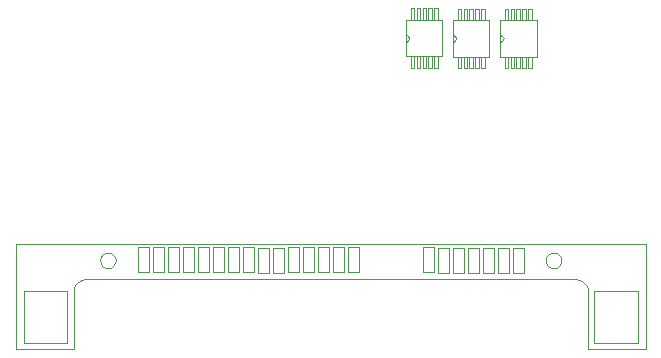
<source format=gm1>
G04 Layer_Color=16711935*
%FSLAX23Y23*%
%MOIN*%
G70*
G01*
G75*
%ADD57C,0.000*%
%ADD58C,0.000*%
D57*
X3490Y3439D02*
X3498Y3442D01*
X3502Y3451D01*
X3498Y3459D01*
X3490Y3463D01*
X3647Y3438D02*
X3655Y3441D01*
X3659Y3450D01*
X3655Y3458D01*
X3647Y3461D01*
X3804Y3438D02*
X3812Y3441D01*
X3816Y3450D01*
X3812Y3458D01*
X3804Y3461D01*
X3506Y3390D02*
X3517D01*
X3506Y3351D02*
Y3390D01*
Y3351D02*
X3517D01*
Y3390D01*
X3526D02*
X3537D01*
X3526Y3351D02*
Y3390D01*
Y3351D02*
X3537D01*
Y3390D01*
X3546D02*
X3556D01*
X3546Y3351D02*
Y3390D01*
Y3351D02*
X3556D01*
Y3390D01*
X3565D02*
X3576D01*
X3565Y3351D02*
Y3390D01*
Y3351D02*
X3576D01*
X3576Y3390D02*
X3576Y3351D01*
X3585Y3390D02*
X3596D01*
X3585Y3351D02*
Y3390D01*
Y3351D02*
X3596D01*
Y3390D01*
X3585Y3512D02*
X3596D01*
Y3550D01*
X3585D02*
X3596D01*
X3585Y3512D02*
Y3550D01*
X3565Y3512D02*
X3576D01*
Y3550D01*
X3565D02*
X3576D01*
X3565Y3512D02*
Y3550D01*
X3546Y3512D02*
X3556D01*
Y3550D01*
X3546D02*
X3556D01*
X3546Y3512D02*
Y3550D01*
X3526Y3512D02*
X3537D01*
Y3550D01*
X3526D02*
X3537D01*
X3526Y3512D02*
X3526Y3550D01*
X3506Y3512D02*
X3517D01*
Y3550D01*
X3506D02*
X3517D01*
X3506Y3512D02*
Y3550D01*
X3612Y3390D02*
Y3512D01*
X3490D02*
X3612D01*
X3490Y3390D02*
Y3512D01*
Y3390D02*
X3612D01*
X3663Y3388D02*
X3674D01*
X3663Y3350D02*
Y3388D01*
Y3350D02*
X3674D01*
Y3388D01*
X3683D02*
X3694D01*
X3683Y3350D02*
Y3388D01*
Y3350D02*
X3694D01*
Y3388D01*
X3702D02*
X3713D01*
X3702Y3350D02*
Y3388D01*
Y3350D02*
X3713D01*
Y3388D01*
X3722D02*
X3733D01*
X3722Y3350D02*
Y3388D01*
Y3350D02*
X3733D01*
Y3388D01*
X3742D02*
X3753D01*
X3742Y3350D02*
Y3388D01*
Y3350D02*
X3753D01*
Y3388D01*
X3742Y3510D02*
X3753D01*
Y3549D01*
X3742D02*
X3753D01*
X3742Y3510D02*
Y3549D01*
X3722Y3510D02*
X3733D01*
Y3549D01*
X3722D02*
X3733D01*
X3722Y3510D02*
Y3549D01*
X3702Y3510D02*
X3713D01*
Y3549D01*
X3702D02*
X3713D01*
X3702Y3510D02*
Y3549D01*
X3683Y3510D02*
X3694D01*
Y3549D01*
X3683D02*
X3694D01*
X3683Y3510D02*
Y3549D01*
X3663Y3510D02*
X3674D01*
Y3549D01*
X3663D02*
X3674D01*
X3663Y3510D02*
Y3549D01*
X3769Y3388D02*
Y3510D01*
X3647D02*
X3769D01*
X3647Y3388D02*
Y3510D01*
Y3388D02*
X3769D01*
X3820D02*
X3831D01*
X3820Y3350D02*
Y3388D01*
Y3350D02*
X3831D01*
Y3388D01*
X3840D02*
X3851D01*
X3840Y3350D02*
Y3388D01*
Y3350D02*
X3851D01*
Y3388D01*
X3859D02*
X3870D01*
X3859Y3350D02*
Y3388D01*
Y3350D02*
X3870D01*
Y3388D01*
X3879D02*
X3890D01*
X3879Y3350D02*
Y3388D01*
Y3350D02*
X3890D01*
Y3388D01*
X3899D02*
X3910D01*
X3899Y3350D02*
Y3388D01*
Y3350D02*
X3910D01*
Y3388D01*
X3899Y3510D02*
X3910D01*
Y3549D01*
X3899D02*
X3910D01*
X3899Y3510D02*
Y3549D01*
X3879Y3510D02*
X3890D01*
Y3549D01*
X3879D02*
X3890D01*
X3879Y3510D02*
Y3549D01*
X3859Y3510D02*
X3870D01*
Y3549D01*
X3859D02*
X3870D01*
X3859Y3510D02*
Y3549D01*
X3840Y3510D02*
X3851D01*
Y3549D01*
X3840D02*
X3851D01*
X3840Y3510D02*
Y3549D01*
X3820Y3510D02*
X3831D01*
Y3549D01*
X3820D02*
X3831D01*
X3820Y3510D02*
Y3549D01*
X3926Y3388D02*
Y3510D01*
X3804D02*
X3926D01*
X3804Y3388D02*
Y3510D01*
Y3388D02*
X3926D01*
D58*
X2422Y2647D02*
X2412Y2646D01*
X2403Y2642D01*
X2395Y2635D01*
X2388Y2627D01*
X2384Y2618D01*
X2383Y2608D01*
X4008Y2710D02*
X4006Y2720D01*
X4001Y2728D01*
X3993Y2734D01*
X3983Y2736D01*
X3973Y2734D01*
X3965Y2728D01*
X3959Y2720D01*
X3957Y2710D01*
X3959Y2700D01*
X3965Y2692D01*
X3973Y2686D01*
X3983Y2684D01*
X3993Y2686D01*
X4001Y2692D01*
X4006Y2700D01*
X4008Y2710D01*
X2523D02*
X2521Y2720D01*
X2515Y2728D01*
X2507Y2734D01*
X2497Y2736D01*
X2487Y2734D01*
X2479Y2728D01*
X2474Y2720D01*
X2472Y2710D01*
X2474Y2700D01*
X2479Y2692D01*
X2487Y2686D01*
X2497Y2684D01*
X2507Y2686D01*
X2515Y2692D01*
X2521Y2700D01*
X2523Y2710D01*
X4097Y2608D02*
X4096Y2618D01*
X4092Y2627D01*
X4085Y2635D01*
X4077Y2642D01*
X4068Y2646D01*
X4057Y2647D01*
X4119Y2434D02*
Y2608D01*
X4263Y2434D02*
Y2608D01*
X4119Y2434D02*
X4263D01*
X4119Y2608D02*
X4263D01*
X2217D02*
X2361D01*
X2217Y2434D02*
X2361D01*
Y2608D01*
X2217Y2434D02*
Y2608D01*
X3047Y2752D02*
X3083D01*
X3047Y2711D02*
Y2752D01*
Y2669D02*
Y2711D01*
Y2669D02*
X3083D01*
Y2752D01*
X3033Y2669D02*
Y2752D01*
X2997Y2669D02*
X3033D01*
X2997D02*
Y2711D01*
Y2752D01*
X3033D01*
X2897Y2753D02*
X2933D01*
X2897Y2711D02*
Y2753D01*
Y2670D02*
Y2711D01*
Y2670D02*
X2933D01*
Y2753D01*
X2983Y2670D02*
Y2753D01*
X2947Y2670D02*
X2983D01*
X2947D02*
Y2711D01*
Y2753D01*
X2983D01*
X2747Y2753D02*
X2783D01*
X2747Y2712D02*
Y2753D01*
Y2671D02*
Y2712D01*
Y2671D02*
X2783D01*
Y2753D01*
X2733Y2671D02*
Y2753D01*
X2697Y2671D02*
X2733D01*
X2697D02*
Y2712D01*
Y2753D01*
X2733D01*
X2797Y2753D02*
X2833D01*
X2797Y2711D02*
Y2753D01*
Y2670D02*
Y2711D01*
Y2670D02*
X2833D01*
Y2753D01*
X2883Y2670D02*
Y2753D01*
X2847Y2670D02*
X2883D01*
X2847D02*
Y2711D01*
Y2753D01*
X2883D01*
X2597D02*
X2633D01*
X2597Y2711D02*
Y2753D01*
Y2670D02*
Y2711D01*
Y2670D02*
X2633D01*
Y2753D01*
X2683Y2670D02*
Y2753D01*
X2647Y2670D02*
X2683D01*
X2647D02*
Y2711D01*
Y2753D01*
X2683D01*
X3297D02*
X3333D01*
X3297Y2711D02*
Y2753D01*
Y2670D02*
Y2711D01*
Y2670D02*
X3333D01*
Y2753D01*
X3147Y2753D02*
X3183D01*
X3147Y2712D02*
Y2753D01*
Y2671D02*
Y2712D01*
Y2671D02*
X3183D01*
Y2753D01*
X3133Y2671D02*
Y2753D01*
X3097Y2671D02*
X3133D01*
X3097D02*
Y2712D01*
Y2753D01*
X3133D01*
X3197Y2753D02*
X3233D01*
X3197Y2711D02*
Y2753D01*
Y2670D02*
Y2711D01*
Y2670D02*
X3233D01*
Y2753D01*
X3283Y2670D02*
Y2753D01*
X3247Y2670D02*
X3283D01*
X3247D02*
Y2711D01*
Y2753D01*
X3283D01*
X3647Y2752D02*
X3683D01*
X3647Y2711D02*
Y2752D01*
Y2669D02*
Y2711D01*
Y2669D02*
X3683D01*
Y2752D01*
X3633Y2669D02*
Y2752D01*
X3597Y2669D02*
X3633D01*
X3597D02*
Y2711D01*
Y2752D01*
X3633D01*
X3583Y2670D02*
Y2753D01*
X3547Y2670D02*
X3583D01*
X3547D02*
Y2711D01*
Y2753D01*
X3583D01*
X3747Y2752D02*
X3783D01*
X3747Y2711D02*
Y2752D01*
Y2669D02*
Y2711D01*
Y2669D02*
X3783D01*
Y2752D01*
X3733Y2669D02*
Y2752D01*
X3697Y2669D02*
X3733D01*
X3697D02*
Y2711D01*
Y2752D01*
X3733D01*
X3797Y2751D02*
X3833D01*
X3797Y2710D02*
Y2751D01*
Y2669D02*
Y2710D01*
Y2669D02*
X3833D01*
Y2751D01*
X3883Y2669D02*
Y2751D01*
X3847Y2669D02*
X3883D01*
X3847D02*
Y2710D01*
Y2751D01*
X3883D01*
X4097Y2413D02*
Y2608D01*
X2422Y2647D02*
X4057D01*
X2383Y2413D02*
Y2608D01*
X4097Y2413D02*
X4290D01*
Y2765D01*
X2190D02*
X4290D01*
X2190Y2413D02*
Y2765D01*
Y2413D02*
X2383D01*
M02*

</source>
